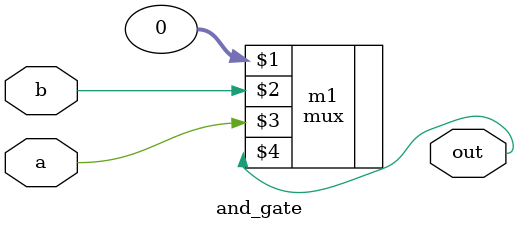
<source format=v>
`timescale 1ns / 1ps
module and_gate(a,b,out);
input a,b;
output out;
mux m1(0,b,a,out);
endmodule

</source>
